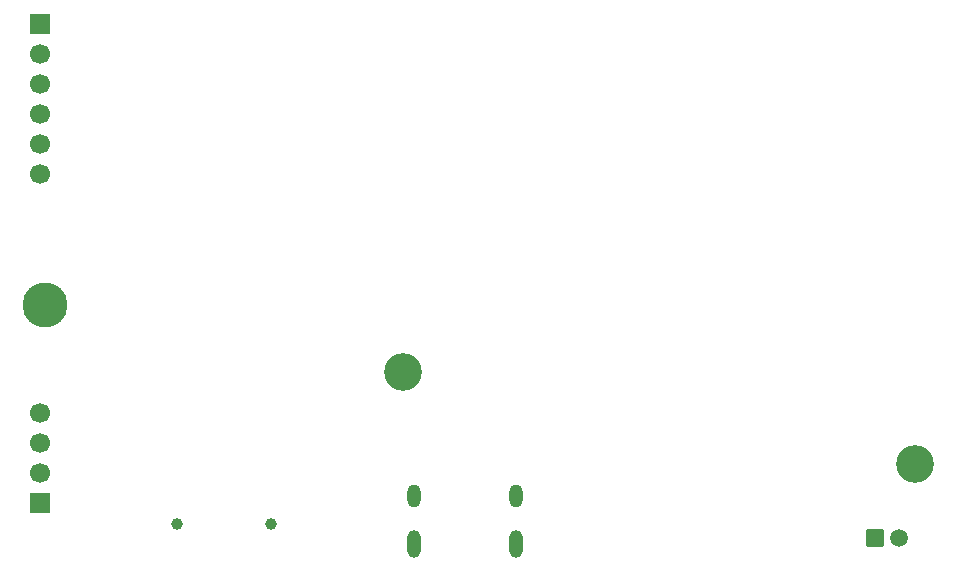
<source format=gbs>
%TF.GenerationSoftware,KiCad,Pcbnew,9.0.4*%
%TF.CreationDate,2025-10-24T17:45:03+05:30*%
%TF.ProjectId,waterlevel project1,77617465-726c-4657-9665-6c2070726f6a,rev?*%
%TF.SameCoordinates,Original*%
%TF.FileFunction,Soldermask,Bot*%
%TF.FilePolarity,Negative*%
%FSLAX46Y46*%
G04 Gerber Fmt 4.6, Leading zero omitted, Abs format (unit mm)*
G04 Created by KiCad (PCBNEW 9.0.4) date 2025-10-24 17:45:03*
%MOMM*%
%LPD*%
G01*
G04 APERTURE LIST*
G04 Aperture macros list*
%AMRoundRect*
0 Rectangle with rounded corners*
0 $1 Rounding radius*
0 $2 $3 $4 $5 $6 $7 $8 $9 X,Y pos of 4 corners*
0 Add a 4 corners polygon primitive as box body*
4,1,4,$2,$3,$4,$5,$6,$7,$8,$9,$2,$3,0*
0 Add four circle primitives for the rounded corners*
1,1,$1+$1,$2,$3*
1,1,$1+$1,$4,$5*
1,1,$1+$1,$6,$7*
1,1,$1+$1,$8,$9*
0 Add four rect primitives between the rounded corners*
20,1,$1+$1,$2,$3,$4,$5,0*
20,1,$1+$1,$4,$5,$6,$7,0*
20,1,$1+$1,$6,$7,$8,$9,0*
20,1,$1+$1,$8,$9,$2,$3,0*%
G04 Aperture macros list end*
%ADD10R,1.700000X1.700000*%
%ADD11C,1.700000*%
%ADD12C,1.000000*%
%ADD13RoundRect,0.102000X0.654000X0.654000X-0.654000X0.654000X-0.654000X-0.654000X0.654000X-0.654000X0*%
%ADD14C,1.512000*%
%ADD15C,3.200000*%
%ADD16O,1.152400X2.352400*%
%ADD17O,1.152400X1.952400*%
%ADD18C,3.800000*%
G04 APERTURE END LIST*
D10*
%TO.C,J5*%
X37500000Y-84960000D03*
D11*
X37500000Y-87500000D03*
X37500000Y-90040000D03*
X37500000Y-92580000D03*
X37500000Y-95120000D03*
X37500000Y-97660000D03*
%TD*%
D10*
%TO.C,J1*%
X37474600Y-125504800D03*
D11*
X37474600Y-122964800D03*
X37474600Y-120424800D03*
X37474600Y-117884800D03*
%TD*%
D12*
%TO.C,J3*%
X49101200Y-127354400D03*
X57101200Y-127354400D03*
%TD*%
D13*
%TO.C,J6*%
X108194600Y-128482000D03*
D14*
X110194600Y-128482000D03*
%TD*%
D15*
%TO.C,REF\u002A\u002A*%
X111607600Y-122199400D03*
%TD*%
%TO.C,REF\u002A\u002A*%
X68275200Y-114427000D03*
%TD*%
D16*
%TO.C,J4*%
X69156800Y-128966200D03*
X77796800Y-128966200D03*
D17*
X69156800Y-124966200D03*
X77796800Y-124966200D03*
%TD*%
D18*
%TO.C,REF\u002A\u002A*%
X37947600Y-108762800D03*
%TD*%
M02*

</source>
